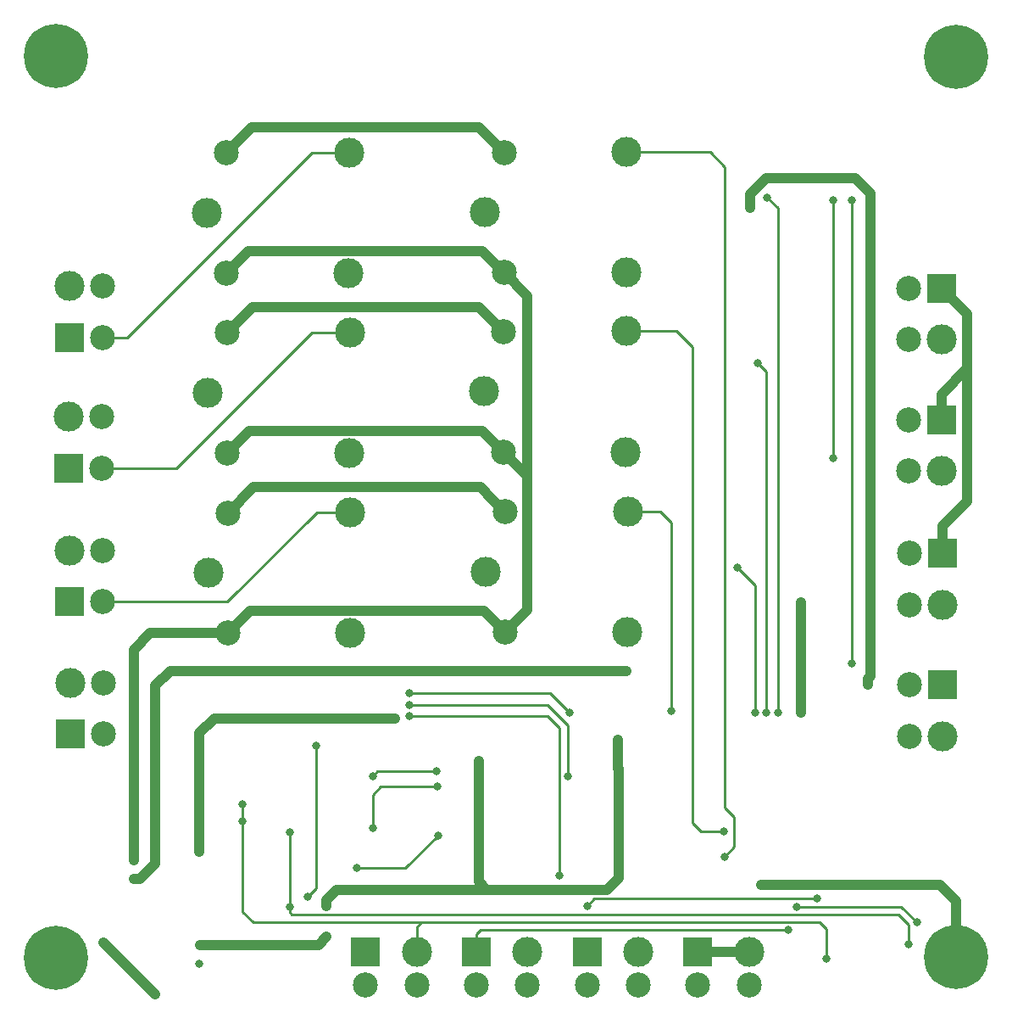
<source format=gbr>
G04 #@! TF.GenerationSoftware,KiCad,Pcbnew,(5.1.5)-3*
G04 #@! TF.CreationDate,2020-09-18T03:25:38-03:00*
G04 #@! TF.ProjectId,SET-RESET,5345542d-5245-4534-9554-2e6b69636164,rev?*
G04 #@! TF.SameCoordinates,Original*
G04 #@! TF.FileFunction,Copper,L2,Bot*
G04 #@! TF.FilePolarity,Positive*
%FSLAX46Y46*%
G04 Gerber Fmt 4.6, Leading zero omitted, Abs format (unit mm)*
G04 Created by KiCad (PCBNEW (5.1.5)-3) date 2020-09-18 03:25:38*
%MOMM*%
%LPD*%
G04 APERTURE LIST*
%ADD10C,3.000000*%
%ADD11C,2.500000*%
%ADD12C,0.800000*%
%ADD13C,6.400000*%
%ADD14R,3.000000X3.000000*%
%ADD15C,1.000000*%
%ADD16C,0.250000*%
G04 APERTURE END LIST*
D10*
X197013700Y-63480200D03*
D11*
X198963700Y-57530200D03*
D10*
X211213700Y-57480200D03*
X211163700Y-69530200D03*
D11*
X198963700Y-69530200D03*
D12*
X155976656Y-118292544D03*
X154279600Y-117589600D03*
X152582544Y-118292544D03*
X151879600Y-119989600D03*
X152582544Y-121686656D03*
X154279600Y-122389600D03*
X155976656Y-121686656D03*
X156679600Y-119989600D03*
D13*
X154279600Y-119989600D03*
X244144800Y-30073600D03*
D12*
X246544800Y-30073600D03*
X245841856Y-31770656D03*
X244144800Y-32473600D03*
X242447744Y-31770656D03*
X241744800Y-30073600D03*
X242447744Y-28376544D03*
X244144800Y-27673600D03*
X245841856Y-28376544D03*
D13*
X244195600Y-119938800D03*
D12*
X246595600Y-119938800D03*
X245892656Y-121635856D03*
X244195600Y-122338800D03*
X242498544Y-121635856D03*
X241795600Y-119938800D03*
X242498544Y-118241744D03*
X244195600Y-117538800D03*
X245892656Y-118241744D03*
X155976656Y-28325744D03*
X154279600Y-27622800D03*
X152582544Y-28325744D03*
X151879600Y-30022800D03*
X152582544Y-31719856D03*
X154279600Y-32422800D03*
X155976656Y-31719856D03*
X156679600Y-30022800D03*
D13*
X154279600Y-30022800D03*
D14*
X242697000Y-66294000D03*
D10*
X242697000Y-71421000D03*
D11*
X239395000Y-66294000D03*
X239395000Y-71424800D03*
X239496600Y-84785200D03*
X239496600Y-79654400D03*
D10*
X242798600Y-84781400D03*
D14*
X242798600Y-79654400D03*
D11*
X239445800Y-58318400D03*
X239445800Y-53187600D03*
D10*
X242747800Y-58314600D03*
D14*
X242747800Y-53187600D03*
X155600400Y-58115200D03*
D10*
X155600400Y-52988200D03*
D11*
X158902400Y-58115200D03*
X158902400Y-52984400D03*
X158851600Y-65989200D03*
X158851600Y-71120000D03*
D10*
X155549600Y-65993000D03*
D14*
X155549600Y-71120000D03*
X155600400Y-84480400D03*
D10*
X155600400Y-79353400D03*
D11*
X158902400Y-84480400D03*
X158902400Y-79349600D03*
D14*
X155702000Y-97688400D03*
D10*
X155702000Y-92561400D03*
D11*
X159004000Y-97688400D03*
X159004000Y-92557600D03*
X199021700Y-51638200D03*
D10*
X211221700Y-51638200D03*
X211271700Y-39588200D03*
D11*
X199021700Y-39638200D03*
D10*
X197071700Y-45588200D03*
D11*
X199141500Y-87513400D03*
D10*
X211341500Y-87513400D03*
X211391500Y-75463400D03*
D11*
X199141500Y-75513400D03*
D10*
X197191500Y-81463400D03*
X169352300Y-45639000D03*
D11*
X171302300Y-39689000D03*
D10*
X183552300Y-39639000D03*
X183502300Y-51689000D03*
D11*
X171302300Y-51689000D03*
X171379300Y-69631800D03*
D10*
X183579300Y-69631800D03*
X183629300Y-57581800D03*
D11*
X171379300Y-57631800D03*
D10*
X169429300Y-63581800D03*
X169480100Y-81565000D03*
D11*
X171430100Y-75615000D03*
D10*
X183680100Y-75565000D03*
X183630100Y-87615000D03*
D11*
X171430100Y-87615000D03*
X239522000Y-97891600D03*
X239522000Y-92760800D03*
D10*
X242824000Y-97887800D03*
D14*
X242824000Y-92760800D03*
X185166000Y-119380000D03*
D10*
X190293000Y-119380000D03*
D11*
X185166000Y-122682000D03*
X190296800Y-122682000D03*
X201371200Y-122682000D03*
X196240400Y-122682000D03*
D10*
X201367400Y-119380000D03*
D14*
X196240400Y-119380000D03*
X207314800Y-119380000D03*
D10*
X212441800Y-119380000D03*
D11*
X207314800Y-122682000D03*
X212445600Y-122682000D03*
X223520000Y-122682000D03*
X218389200Y-122682000D03*
D10*
X223516200Y-119380000D03*
D14*
X218389200Y-119380000D03*
D12*
X235615480Y-71175880D03*
X235633260Y-57391300D03*
X235607860Y-77556360D03*
X158993840Y-118511320D03*
X162052000Y-112166400D03*
X162052000Y-110286800D03*
X223570800Y-45161200D03*
X211277200Y-91389200D03*
X235356400Y-92760800D03*
X194818000Y-91389200D03*
X210426300Y-101127560D03*
X210439000Y-105054400D03*
X210484720Y-109098080D03*
X168551860Y-120642380D03*
X210413600Y-98247200D03*
X168656000Y-118719600D03*
X196494400Y-106527600D03*
X196494400Y-111861600D03*
X196494400Y-100330000D03*
X228701600Y-84531200D03*
X228701600Y-95554796D03*
X224721420Y-112725200D03*
X181305200Y-117906800D03*
X181305200Y-114808000D03*
X188112400Y-96113600D03*
X168554400Y-109423200D03*
X204571600Y-111760000D03*
X189585600Y-95859600D03*
X205435200Y-101854000D03*
X189585600Y-94792800D03*
X189585600Y-93573600D03*
X205587600Y-95554800D03*
X225276830Y-44106250D03*
X226364800Y-95504000D03*
X221033340Y-109898180D03*
X224360740Y-60629800D03*
X225196400Y-95503998D03*
X221018100Y-107365800D03*
X222316040Y-81071720D03*
X224078800Y-95554790D03*
X215747600Y-95351600D03*
X192417700Y-107789980D03*
X184312560Y-111046260D03*
X192321180Y-102928420D03*
X185882280Y-107050840D03*
X177596800Y-114909600D03*
X177596800Y-107442000D03*
X239471200Y-118668800D03*
X172923200Y-104698800D03*
X172923200Y-106337440D03*
X231190800Y-120091200D03*
X180223160Y-98861880D03*
X179425600Y-113893600D03*
X227431600Y-117195600D03*
X231879140Y-44439840D03*
X231879140Y-70134480D03*
X233743500Y-44424600D03*
X233763820Y-90627200D03*
X192298320Y-101419660D03*
X185915300Y-101854000D03*
X207314800Y-114808000D03*
X230276400Y-114096800D03*
X240284000Y-116484400D03*
X228244400Y-114909600D03*
D15*
X197771701Y-50388201D02*
X199021700Y-51638200D01*
X196872499Y-49488999D02*
X197771701Y-50388201D01*
X173502301Y-49488999D02*
X196872499Y-49488999D01*
X171302300Y-51689000D02*
X173502301Y-49488999D01*
X197713701Y-68280201D02*
X198963700Y-69530200D01*
X196865299Y-67431799D02*
X197713701Y-68280201D01*
X173579301Y-67431799D02*
X196865299Y-67431799D01*
X171379300Y-69631800D02*
X173579301Y-67431799D01*
X197891501Y-86263401D02*
X199141500Y-87513400D01*
X197043099Y-85414999D02*
X197891501Y-86263401D01*
X173630101Y-85414999D02*
X197043099Y-85414999D01*
X171430100Y-87615000D02*
X173630101Y-85414999D01*
X235615480Y-71175880D02*
X235615480Y-57409080D01*
X235615480Y-57409080D02*
X235633260Y-57391300D01*
X235615480Y-77548740D02*
X235607860Y-77556360D01*
X235615480Y-77490320D02*
X235615480Y-77548740D01*
X235615480Y-77490320D02*
X235615480Y-71175880D01*
X158993840Y-118511320D02*
X164160200Y-123677680D01*
X235633260Y-56825615D02*
X235633260Y-57391300D01*
X223570800Y-43789600D02*
X225196400Y-42164000D01*
X235633260Y-43710860D02*
X235633260Y-56825615D01*
X223570800Y-45161200D02*
X223570800Y-43789600D01*
X225196400Y-42164000D02*
X234086400Y-42164000D01*
X234086400Y-42164000D02*
X235633260Y-43710860D01*
X201091501Y-71658001D02*
X198963700Y-69530200D01*
X201345800Y-71912300D02*
X201091501Y-71658001D01*
X199021700Y-51638200D02*
X201345800Y-53962300D01*
X201345800Y-53962300D02*
X201345800Y-71912300D01*
X201345800Y-85309100D02*
X201345800Y-71912300D01*
X199141500Y-87513400D02*
X201345800Y-85309100D01*
X235356400Y-92195115D02*
X235356400Y-92760800D01*
X235610400Y-91941115D02*
X235356400Y-92195115D01*
X235615480Y-77490320D02*
X235610400Y-77495400D01*
X235610400Y-77495400D02*
X235610400Y-91941115D01*
X194868800Y-91389200D02*
X194818000Y-91389200D01*
X194868800Y-91389200D02*
X211277200Y-91389200D01*
X164185600Y-92862400D02*
X165658800Y-91389200D01*
X165658800Y-91389200D02*
X194868800Y-91389200D01*
X164185600Y-110598485D02*
X164185600Y-92862400D01*
X162052000Y-112166400D02*
X162617685Y-112166400D01*
X162617685Y-112166400D02*
X164185600Y-110598485D01*
X163692600Y-87615000D02*
X171430100Y-87615000D01*
X162052000Y-110286800D02*
X162052000Y-89255600D01*
X162052000Y-89255600D02*
X163692600Y-87615000D01*
X242747800Y-53187600D02*
X245300500Y-55740300D01*
X245300500Y-55740300D02*
X245300500Y-61190500D01*
X242697000Y-63794000D02*
X242697000Y-66294000D01*
X245300500Y-61190500D02*
X242697000Y-63794000D01*
X245300500Y-61190500D02*
X245300500Y-74422000D01*
X242798600Y-76923900D02*
X242798600Y-79654400D01*
X245300500Y-74422000D02*
X242798600Y-76923900D01*
X210484720Y-105100120D02*
X210439000Y-105054400D01*
X210484720Y-109098080D02*
X210484720Y-105100120D01*
X210439000Y-101140260D02*
X210426300Y-101127560D01*
X210439000Y-105054400D02*
X210439000Y-101140260D01*
X210426300Y-101127560D02*
X210426300Y-98259900D01*
X210426300Y-98259900D02*
X210413600Y-98247200D01*
X196494400Y-106527600D02*
X196494400Y-100330000D01*
X196494400Y-106527600D02*
X196494400Y-111861600D01*
X228701600Y-84531200D02*
X228701600Y-95554796D01*
X244195600Y-114350800D02*
X244195600Y-119938800D01*
X224721420Y-112725200D02*
X242570000Y-112725200D01*
X242570000Y-112725200D02*
X244195600Y-114350800D01*
X218389200Y-119380000D02*
X223516200Y-119380000D01*
X196494400Y-112427285D02*
X197300315Y-113233200D01*
X196494400Y-111861600D02*
X196494400Y-112427285D01*
X197300315Y-113233200D02*
X209296000Y-113233200D01*
X210484720Y-112044480D02*
X210484720Y-109098080D01*
X209296000Y-113233200D02*
X210484720Y-112044480D01*
X168656000Y-118719600D02*
X180492400Y-118719600D01*
X180492400Y-118719600D02*
X181305200Y-117906800D01*
X181305200Y-114242315D02*
X182314315Y-113233200D01*
X182314315Y-113233200D02*
X197300315Y-113233200D01*
X181305200Y-114808000D02*
X181305200Y-114242315D01*
X168554400Y-97612200D02*
X168554400Y-109423200D01*
X188112400Y-96113600D02*
X170053000Y-96113600D01*
X170053000Y-96113600D02*
X168554400Y-97612200D01*
X197771701Y-38388201D02*
X199021700Y-39638200D01*
X171302300Y-39689000D02*
X173856500Y-37134800D01*
X196518300Y-37134800D02*
X197771701Y-38388201D01*
X173856500Y-37134800D02*
X196518300Y-37134800D01*
D16*
X189585600Y-95859600D02*
X203403200Y-95859600D01*
X204571600Y-97028000D02*
X204571600Y-111760000D01*
X203403200Y-95859600D02*
X204571600Y-97028000D01*
D15*
X197713701Y-56280201D02*
X198963700Y-57530200D01*
X196526100Y-55092600D02*
X197713701Y-56280201D01*
X171379300Y-57631800D02*
X173918500Y-55092600D01*
X173918500Y-55092600D02*
X196526100Y-55092600D01*
D16*
X205435200Y-101288315D02*
X205435200Y-101854000D01*
X205435200Y-96824800D02*
X205435200Y-101288315D01*
X189585600Y-94792800D02*
X203403200Y-94792800D01*
X203403200Y-94792800D02*
X205435200Y-96824800D01*
D15*
X196678500Y-73050400D02*
X197891501Y-74263401D01*
X197891501Y-74263401D02*
X199141500Y-75513400D01*
X171430100Y-75615000D02*
X173994700Y-73050400D01*
X173994700Y-73050400D02*
X196678500Y-73050400D01*
D16*
X203606400Y-93573600D02*
X205587600Y-95554800D01*
X189585600Y-93573600D02*
X203606400Y-93573600D01*
X161345880Y-58115200D02*
X158902400Y-58115200D01*
X183552300Y-39639000D02*
X179822080Y-39639000D01*
X179822080Y-39639000D02*
X161345880Y-58115200D01*
X181507980Y-57581800D02*
X183629300Y-57581800D01*
X179806651Y-57581800D02*
X181507980Y-57581800D01*
X158851600Y-71120000D02*
X166268451Y-71120000D01*
X166268451Y-71120000D02*
X179806651Y-57581800D01*
X180314600Y-75565000D02*
X183680100Y-75565000D01*
X158902400Y-84480400D02*
X171399200Y-84480400D01*
X171399200Y-84480400D02*
X180314600Y-75565000D01*
X226364800Y-45194220D02*
X226364800Y-94938315D01*
X226364800Y-94938315D02*
X226364800Y-95504000D01*
X225276830Y-44106250D02*
X226364800Y-45194220D01*
X219623400Y-39588200D02*
X211271700Y-39588200D01*
X222013780Y-108917740D02*
X222013780Y-105920540D01*
X221033340Y-109898180D02*
X222013780Y-108917740D01*
X221091760Y-41056560D02*
X219623400Y-39588200D01*
X222013780Y-105920540D02*
X221091760Y-104998520D01*
X221091760Y-104998520D02*
X221091760Y-41056560D01*
X225196400Y-61465460D02*
X225196400Y-95503998D01*
X224360740Y-60629800D02*
X225196400Y-61465460D01*
X216230200Y-57480200D02*
X211213700Y-57480200D01*
X217827860Y-59077860D02*
X216230200Y-57480200D01*
X217827860Y-106525060D02*
X217827860Y-59077860D01*
X221018100Y-107365800D02*
X218668600Y-107365800D01*
X218668600Y-107365800D02*
X217827860Y-106525060D01*
X222316040Y-81071720D02*
X224078800Y-82834480D01*
X224078800Y-82834480D02*
X224078800Y-95554790D01*
X215747600Y-95351600D02*
X215747600Y-76606400D01*
X214604600Y-75463400D02*
X211391500Y-75463400D01*
X215747600Y-76606400D02*
X214604600Y-75463400D01*
X184878245Y-111046260D02*
X184312560Y-111046260D01*
X189161420Y-111046260D02*
X184878245Y-111046260D01*
X192417700Y-107789980D02*
X189161420Y-111046260D01*
X186707780Y-102928420D02*
X192321180Y-102928420D01*
X185882280Y-107050840D02*
X185882280Y-103753920D01*
X185882280Y-103753920D02*
X186707780Y-102928420D01*
X177596800Y-114909600D02*
X177596800Y-107442000D01*
X177596800Y-115475285D02*
X177793115Y-115671600D01*
X177596800Y-114909600D02*
X177596800Y-115475285D01*
X177793115Y-115671600D02*
X238455200Y-115671600D01*
X238455200Y-115671600D02*
X239471200Y-116687600D01*
X239471200Y-116687600D02*
X239471200Y-118668800D01*
X172923200Y-106337440D02*
X172923200Y-104698800D01*
X190767801Y-116470599D02*
X190293000Y-116945400D01*
X190293000Y-116945400D02*
X190293000Y-119380000D01*
X190767801Y-116470599D02*
X173976199Y-116470599D01*
X172923200Y-115417600D02*
X172923200Y-106337440D01*
X173976199Y-116470599D02*
X172923200Y-115417600D01*
X231190800Y-117144800D02*
X231190800Y-120091200D01*
X190767801Y-116470599D02*
X230516599Y-116470599D01*
X230516599Y-116470599D02*
X231190800Y-117144800D01*
X180223160Y-98861880D02*
X180223160Y-105316020D01*
X180223160Y-105316020D02*
X180223160Y-113096040D01*
X180223160Y-113096040D02*
X179425600Y-113893600D01*
X196240400Y-117630000D02*
X196240400Y-119380000D01*
X196674800Y-117195600D02*
X196240400Y-117630000D01*
X227431600Y-117195600D02*
X196674800Y-117195600D01*
X231879140Y-44439840D02*
X231879140Y-70134480D01*
X233743500Y-44424600D02*
X233743500Y-90606880D01*
X233743500Y-90606880D02*
X233763820Y-90627200D01*
X186349640Y-101419660D02*
X192298320Y-101419660D01*
X185915300Y-101854000D02*
X186349640Y-101419660D01*
X208026000Y-114096800D02*
X229710715Y-114096800D01*
X207314800Y-114808000D02*
X208026000Y-114096800D01*
X229710715Y-114096800D02*
X230276400Y-114096800D01*
X228810085Y-114909600D02*
X228244400Y-114909600D01*
X240284000Y-116484400D02*
X238709200Y-114909600D01*
X238709200Y-114909600D02*
X228810085Y-114909600D01*
M02*

</source>
